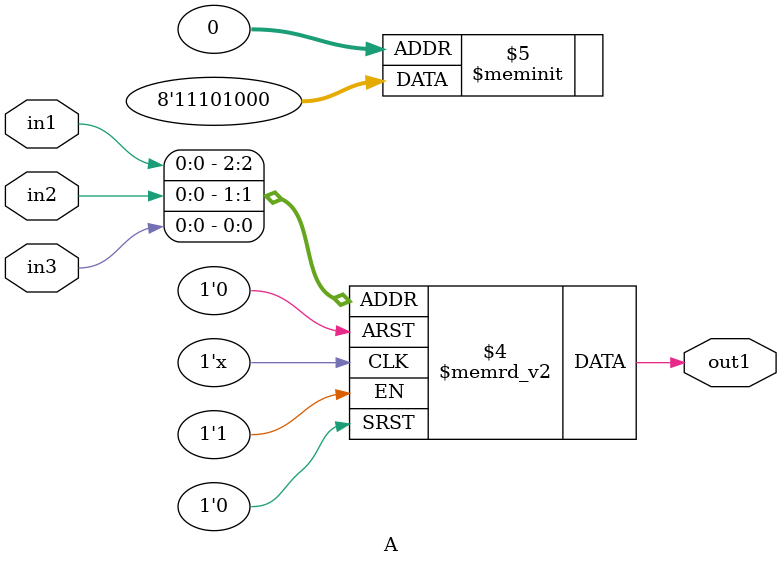
<source format=v>
module A(output out1,  input in1, in2, in3);
  reg r_out;
  assign out = r_out;
  always@(in1,in2,in3)
    begin
      case({in1,in2,in3})
        3'b000: {out1} = 1'b0;
        3'b001: {out1} = 1'b0;
        3'b010: {out1} = 1'b0;
        3'b011: {out1} = 1'b1;
        3'b100: {out1} = 1'b0;
        3'b101: {out1} = 1'b1;
        3'b110: {out1} = 1'b1;
        3'b111: {out1} = 1'b1;
      endcase
    end
endmodule

</source>
